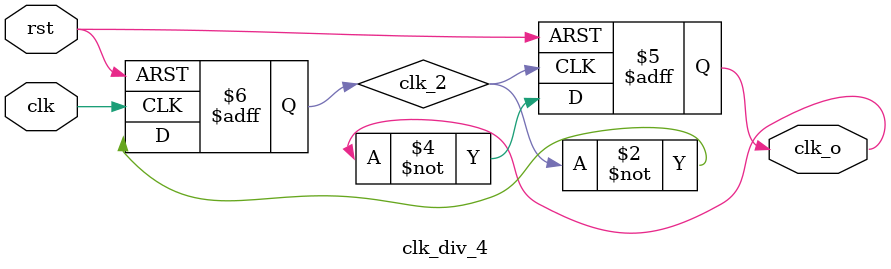
<source format=v>
`timescale 1ns / 1ps


module clk_div_4(
	input clk, rst,
	output reg clk_o
    );
    reg clk_2;
    always @(posedge clk or posedge rst) begin 
    	if (rst) 
    		clk_2 <= 1'b0;
    	else 
    		clk_2 <= ~clk_2;
    end
    
    always @(posedge clk_2 or posedge rst) begin 
    	if (rst)
    		clk_o <= 1'b0;
    	else
    		clk_o <= ~clk_o;
    end
endmodule

</source>
